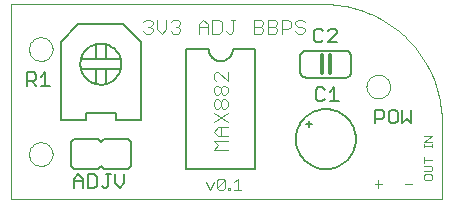
<source format=gto>
G75*
%MOIN*%
%OFA0B0*%
%FSLAX24Y24*%
%IPPOS*%
%LPD*%
%AMOC8*
5,1,8,0,0,1.08239X$1,22.5*
%
%ADD10C,0.0000*%
%ADD11C,0.0040*%
%ADD12C,0.0030*%
%ADD13C,0.0060*%
%ADD14C,0.0050*%
%ADD15C,0.0120*%
D10*
X000680Y001000D02*
X000680Y007496D01*
X011113Y007496D01*
X012536Y004750D02*
X012538Y004789D01*
X012544Y004828D01*
X012554Y004866D01*
X012567Y004903D01*
X012584Y004938D01*
X012604Y004972D01*
X012628Y005003D01*
X012655Y005032D01*
X012684Y005058D01*
X012716Y005081D01*
X012750Y005101D01*
X012786Y005117D01*
X012823Y005129D01*
X012862Y005138D01*
X012901Y005143D01*
X012940Y005144D01*
X012979Y005141D01*
X013018Y005134D01*
X013055Y005123D01*
X013092Y005109D01*
X013127Y005091D01*
X013160Y005070D01*
X013191Y005045D01*
X013219Y005018D01*
X013244Y004988D01*
X013266Y004955D01*
X013285Y004921D01*
X013300Y004885D01*
X013312Y004847D01*
X013320Y004809D01*
X013324Y004770D01*
X013324Y004730D01*
X013320Y004691D01*
X013312Y004653D01*
X013300Y004615D01*
X013285Y004579D01*
X013266Y004545D01*
X013244Y004512D01*
X013219Y004482D01*
X013191Y004455D01*
X013160Y004430D01*
X013127Y004409D01*
X013092Y004391D01*
X013055Y004377D01*
X013018Y004366D01*
X012979Y004359D01*
X012940Y004356D01*
X012901Y004357D01*
X012862Y004362D01*
X012823Y004371D01*
X012786Y004383D01*
X012750Y004399D01*
X012716Y004419D01*
X012684Y004442D01*
X012655Y004468D01*
X012628Y004497D01*
X012604Y004528D01*
X012584Y004562D01*
X012567Y004597D01*
X012554Y004634D01*
X012544Y004672D01*
X012538Y004711D01*
X012536Y004750D01*
X015050Y003559D02*
X015048Y003683D01*
X015042Y003806D01*
X015033Y003930D01*
X015019Y004052D01*
X015002Y004175D01*
X014980Y004297D01*
X014955Y004418D01*
X014926Y004538D01*
X014894Y004657D01*
X014857Y004776D01*
X014817Y004893D01*
X014774Y005008D01*
X014726Y005123D01*
X014675Y005235D01*
X014621Y005346D01*
X014563Y005456D01*
X014502Y005563D01*
X014437Y005669D01*
X014369Y005772D01*
X014298Y005873D01*
X014224Y005972D01*
X014147Y006069D01*
X014066Y006163D01*
X013983Y006254D01*
X013897Y006343D01*
X013808Y006429D01*
X013717Y006512D01*
X013623Y006593D01*
X013526Y006670D01*
X013427Y006744D01*
X013326Y006815D01*
X013223Y006883D01*
X013117Y006948D01*
X013010Y007009D01*
X012900Y007067D01*
X012789Y007121D01*
X012677Y007172D01*
X012562Y007220D01*
X012447Y007263D01*
X012330Y007303D01*
X012211Y007340D01*
X012092Y007372D01*
X011972Y007401D01*
X011851Y007426D01*
X011729Y007448D01*
X011606Y007465D01*
X011484Y007479D01*
X011360Y007488D01*
X011237Y007494D01*
X011113Y007496D01*
X015050Y003559D02*
X015050Y001000D01*
X000680Y001000D01*
X001286Y002500D02*
X001288Y002539D01*
X001294Y002578D01*
X001304Y002616D01*
X001317Y002653D01*
X001334Y002688D01*
X001354Y002722D01*
X001378Y002753D01*
X001405Y002782D01*
X001434Y002808D01*
X001466Y002831D01*
X001500Y002851D01*
X001536Y002867D01*
X001573Y002879D01*
X001612Y002888D01*
X001651Y002893D01*
X001690Y002894D01*
X001729Y002891D01*
X001768Y002884D01*
X001805Y002873D01*
X001842Y002859D01*
X001877Y002841D01*
X001910Y002820D01*
X001941Y002795D01*
X001969Y002768D01*
X001994Y002738D01*
X002016Y002705D01*
X002035Y002671D01*
X002050Y002635D01*
X002062Y002597D01*
X002070Y002559D01*
X002074Y002520D01*
X002074Y002480D01*
X002070Y002441D01*
X002062Y002403D01*
X002050Y002365D01*
X002035Y002329D01*
X002016Y002295D01*
X001994Y002262D01*
X001969Y002232D01*
X001941Y002205D01*
X001910Y002180D01*
X001877Y002159D01*
X001842Y002141D01*
X001805Y002127D01*
X001768Y002116D01*
X001729Y002109D01*
X001690Y002106D01*
X001651Y002107D01*
X001612Y002112D01*
X001573Y002121D01*
X001536Y002133D01*
X001500Y002149D01*
X001466Y002169D01*
X001434Y002192D01*
X001405Y002218D01*
X001378Y002247D01*
X001354Y002278D01*
X001334Y002312D01*
X001317Y002347D01*
X001304Y002384D01*
X001294Y002422D01*
X001288Y002461D01*
X001286Y002500D01*
X001286Y006000D02*
X001288Y006039D01*
X001294Y006078D01*
X001304Y006116D01*
X001317Y006153D01*
X001334Y006188D01*
X001354Y006222D01*
X001378Y006253D01*
X001405Y006282D01*
X001434Y006308D01*
X001466Y006331D01*
X001500Y006351D01*
X001536Y006367D01*
X001573Y006379D01*
X001612Y006388D01*
X001651Y006393D01*
X001690Y006394D01*
X001729Y006391D01*
X001768Y006384D01*
X001805Y006373D01*
X001842Y006359D01*
X001877Y006341D01*
X001910Y006320D01*
X001941Y006295D01*
X001969Y006268D01*
X001994Y006238D01*
X002016Y006205D01*
X002035Y006171D01*
X002050Y006135D01*
X002062Y006097D01*
X002070Y006059D01*
X002074Y006020D01*
X002074Y005980D01*
X002070Y005941D01*
X002062Y005903D01*
X002050Y005865D01*
X002035Y005829D01*
X002016Y005795D01*
X001994Y005762D01*
X001969Y005732D01*
X001941Y005705D01*
X001910Y005680D01*
X001877Y005659D01*
X001842Y005641D01*
X001805Y005627D01*
X001768Y005616D01*
X001729Y005609D01*
X001690Y005606D01*
X001651Y005607D01*
X001612Y005612D01*
X001573Y005621D01*
X001536Y005633D01*
X001500Y005649D01*
X001466Y005669D01*
X001434Y005692D01*
X001405Y005718D01*
X001378Y005747D01*
X001354Y005778D01*
X001334Y005812D01*
X001317Y005847D01*
X001304Y005884D01*
X001294Y005922D01*
X001288Y005961D01*
X001286Y006000D01*
D11*
X005100Y006597D02*
X005177Y006520D01*
X005330Y006520D01*
X005407Y006597D01*
X005407Y006673D01*
X005330Y006750D01*
X005253Y006750D01*
X005330Y006750D02*
X005407Y006827D01*
X005407Y006904D01*
X005330Y006980D01*
X005177Y006980D01*
X005100Y006904D01*
X005560Y006980D02*
X005560Y006673D01*
X005714Y006520D01*
X005867Y006673D01*
X005867Y006980D01*
X006021Y006904D02*
X006098Y006980D01*
X006251Y006980D01*
X006328Y006904D01*
X006328Y006827D01*
X006251Y006750D01*
X006328Y006673D01*
X006328Y006597D01*
X006251Y006520D01*
X006098Y006520D01*
X006021Y006597D01*
X006174Y006750D02*
X006251Y006750D01*
X006942Y006750D02*
X007248Y006750D01*
X007248Y006827D02*
X007248Y006520D01*
X007402Y006520D02*
X007632Y006520D01*
X007709Y006597D01*
X007709Y006904D01*
X007632Y006980D01*
X007402Y006980D01*
X007402Y006520D01*
X006942Y006520D02*
X006942Y006827D01*
X007095Y006980D01*
X007248Y006827D01*
X007862Y006597D02*
X007939Y006520D01*
X008016Y006520D01*
X008093Y006597D01*
X008093Y006980D01*
X008169Y006980D02*
X008016Y006980D01*
X008783Y006980D02*
X009013Y006980D01*
X009090Y006904D01*
X009090Y006827D01*
X009013Y006750D01*
X008783Y006750D01*
X009013Y006750D02*
X009090Y006673D01*
X009090Y006597D01*
X009013Y006520D01*
X008783Y006520D01*
X008783Y006980D01*
X009244Y006980D02*
X009474Y006980D01*
X009550Y006904D01*
X009550Y006827D01*
X009474Y006750D01*
X009244Y006750D01*
X009474Y006750D02*
X009550Y006673D01*
X009550Y006597D01*
X009474Y006520D01*
X009244Y006520D01*
X009244Y006980D01*
X009704Y006980D02*
X009934Y006980D01*
X010011Y006904D01*
X010011Y006750D01*
X009934Y006673D01*
X009704Y006673D01*
X009704Y006520D02*
X009704Y006980D01*
X010164Y006904D02*
X010164Y006827D01*
X010241Y006750D01*
X010395Y006750D01*
X010471Y006673D01*
X010471Y006597D01*
X010395Y006520D01*
X010241Y006520D01*
X010164Y006597D01*
X010164Y006904D02*
X010241Y006980D01*
X010395Y006980D01*
X010471Y006904D01*
X007910Y005248D02*
X007910Y004941D01*
X007603Y005248D01*
X007526Y005248D01*
X007450Y005171D01*
X007450Y005018D01*
X007526Y004941D01*
X007526Y004787D02*
X007603Y004787D01*
X007680Y004711D01*
X007680Y004557D01*
X007603Y004480D01*
X007526Y004480D01*
X007450Y004557D01*
X007450Y004711D01*
X007526Y004787D01*
X007680Y004711D02*
X007757Y004787D01*
X007833Y004787D01*
X007910Y004711D01*
X007910Y004557D01*
X007833Y004480D01*
X007757Y004480D01*
X007680Y004557D01*
X007757Y004327D02*
X007833Y004327D01*
X007910Y004250D01*
X007910Y004097D01*
X007833Y004020D01*
X007757Y004020D01*
X007680Y004097D01*
X007680Y004250D01*
X007757Y004327D01*
X007680Y004250D02*
X007603Y004327D01*
X007526Y004327D01*
X007450Y004250D01*
X007450Y004097D01*
X007526Y004020D01*
X007603Y004020D01*
X007680Y004097D01*
X007910Y003867D02*
X007450Y003560D01*
X007603Y003406D02*
X007910Y003406D01*
X007680Y003406D02*
X007680Y003099D01*
X007603Y003099D02*
X007450Y003253D01*
X007603Y003406D01*
X007910Y003560D02*
X007450Y003867D01*
X007603Y003099D02*
X007910Y003099D01*
X007910Y002946D02*
X007450Y002946D01*
X007603Y002792D01*
X007450Y002639D01*
X007910Y002639D01*
D12*
X007748Y001685D02*
X007625Y001685D01*
X007563Y001624D01*
X007563Y001377D01*
X007810Y001624D01*
X007810Y001377D01*
X007748Y001315D01*
X007625Y001315D01*
X007563Y001377D01*
X007442Y001562D02*
X007318Y001315D01*
X007195Y001562D01*
X007748Y001685D02*
X007810Y001624D01*
X008116Y001562D02*
X008239Y001685D01*
X008239Y001315D01*
X008116Y001315D02*
X008363Y001315D01*
X007993Y001315D02*
X007932Y001315D01*
X007932Y001377D01*
X007993Y001377D01*
X007993Y001315D01*
X012811Y001500D02*
X013058Y001500D01*
X012934Y001377D02*
X012934Y001624D01*
X013811Y001500D02*
X014058Y001500D01*
X014445Y001679D02*
X014445Y001776D01*
X014493Y001825D01*
X014687Y001825D01*
X014735Y001776D01*
X014735Y001679D01*
X014687Y001631D01*
X014493Y001631D01*
X014445Y001679D01*
X014445Y001926D02*
X014687Y001926D01*
X014735Y001974D01*
X014735Y002071D01*
X014687Y002119D01*
X014445Y002119D01*
X014445Y002220D02*
X014445Y002414D01*
X014445Y002317D02*
X014735Y002317D01*
X014735Y002724D02*
X014735Y002821D01*
X014735Y002772D02*
X014445Y002772D01*
X014445Y002724D02*
X014445Y002821D01*
X014445Y002920D02*
X014735Y003114D01*
X014445Y003114D01*
X014445Y002920D02*
X014735Y002920D01*
D13*
X010180Y003000D02*
X010182Y003063D01*
X010188Y003125D01*
X010198Y003187D01*
X010211Y003249D01*
X010229Y003309D01*
X010250Y003368D01*
X010275Y003426D01*
X010304Y003482D01*
X010336Y003536D01*
X010371Y003588D01*
X010409Y003637D01*
X010451Y003685D01*
X010495Y003729D01*
X010543Y003771D01*
X010592Y003809D01*
X010644Y003844D01*
X010698Y003876D01*
X010754Y003905D01*
X010812Y003930D01*
X010871Y003951D01*
X010931Y003969D01*
X010993Y003982D01*
X011055Y003992D01*
X011117Y003998D01*
X011180Y004000D01*
X011243Y003998D01*
X011305Y003992D01*
X011367Y003982D01*
X011429Y003969D01*
X011489Y003951D01*
X011548Y003930D01*
X011606Y003905D01*
X011662Y003876D01*
X011716Y003844D01*
X011768Y003809D01*
X011817Y003771D01*
X011865Y003729D01*
X011909Y003685D01*
X011951Y003637D01*
X011989Y003588D01*
X012024Y003536D01*
X012056Y003482D01*
X012085Y003426D01*
X012110Y003368D01*
X012131Y003309D01*
X012149Y003249D01*
X012162Y003187D01*
X012172Y003125D01*
X012178Y003063D01*
X012180Y003000D01*
X012178Y002937D01*
X012172Y002875D01*
X012162Y002813D01*
X012149Y002751D01*
X012131Y002691D01*
X012110Y002632D01*
X012085Y002574D01*
X012056Y002518D01*
X012024Y002464D01*
X011989Y002412D01*
X011951Y002363D01*
X011909Y002315D01*
X011865Y002271D01*
X011817Y002229D01*
X011768Y002191D01*
X011716Y002156D01*
X011662Y002124D01*
X011606Y002095D01*
X011548Y002070D01*
X011489Y002049D01*
X011429Y002031D01*
X011367Y002018D01*
X011305Y002008D01*
X011243Y002002D01*
X011180Y002000D01*
X011117Y002002D01*
X011055Y002008D01*
X010993Y002018D01*
X010931Y002031D01*
X010871Y002049D01*
X010812Y002070D01*
X010754Y002095D01*
X010698Y002124D01*
X010644Y002156D01*
X010592Y002191D01*
X010543Y002229D01*
X010495Y002271D01*
X010451Y002315D01*
X010409Y002363D01*
X010371Y002412D01*
X010336Y002464D01*
X010304Y002518D01*
X010275Y002574D01*
X010250Y002632D01*
X010229Y002691D01*
X010211Y002751D01*
X010198Y002813D01*
X010188Y002875D01*
X010182Y002937D01*
X010180Y003000D01*
X010630Y003400D02*
X010630Y003500D01*
X010630Y003600D01*
X010630Y003500D02*
X010530Y003500D01*
X010630Y003500D02*
X010730Y003500D01*
X008830Y002000D02*
X006530Y002000D01*
X006530Y006000D01*
X007280Y006000D01*
X007282Y005961D01*
X007288Y005922D01*
X007297Y005884D01*
X007310Y005847D01*
X007327Y005811D01*
X007347Y005778D01*
X007371Y005746D01*
X007397Y005717D01*
X007426Y005691D01*
X007458Y005667D01*
X007491Y005647D01*
X007527Y005630D01*
X007564Y005617D01*
X007602Y005608D01*
X007641Y005602D01*
X007680Y005600D01*
X007719Y005602D01*
X007758Y005608D01*
X007796Y005617D01*
X007833Y005630D01*
X007869Y005647D01*
X007902Y005667D01*
X007934Y005691D01*
X007963Y005717D01*
X007989Y005746D01*
X008013Y005778D01*
X008033Y005811D01*
X008050Y005847D01*
X008063Y005884D01*
X008072Y005922D01*
X008078Y005961D01*
X008080Y006000D01*
X008830Y006000D01*
X008830Y002000D01*
X005021Y003650D02*
X004176Y003650D01*
X004176Y003886D01*
X003184Y003886D01*
X003184Y003650D01*
X002339Y003650D01*
X002339Y006248D01*
X002930Y006839D01*
X004430Y006839D01*
X005021Y006248D01*
X005021Y003650D01*
X004580Y003000D02*
X003780Y003000D01*
X003680Y002900D01*
X003580Y003000D01*
X002780Y003000D01*
X002680Y002900D01*
X002680Y002100D01*
X002780Y002000D01*
X003580Y002000D01*
X003680Y002100D01*
X003780Y002000D01*
X004580Y002000D01*
X004680Y002100D01*
X004680Y002900D01*
X004580Y003000D01*
X003845Y004837D02*
X003845Y005335D01*
X002997Y005500D02*
X002999Y005552D01*
X003005Y005603D01*
X003015Y005654D01*
X003028Y005704D01*
X003045Y005752D01*
X003066Y005800D01*
X003091Y005845D01*
X003118Y005889D01*
X003149Y005930D01*
X003184Y005969D01*
X003220Y006005D01*
X003260Y006039D01*
X003302Y006069D01*
X003346Y006096D01*
X003392Y006119D01*
X003440Y006139D01*
X003489Y006156D01*
X003539Y006168D01*
X003590Y006177D01*
X003641Y006182D01*
X003693Y006183D01*
X003745Y006180D01*
X003796Y006173D01*
X003846Y006162D01*
X003896Y006148D01*
X003944Y006130D01*
X003991Y006108D01*
X004036Y006083D01*
X004079Y006054D01*
X004120Y006022D01*
X004158Y005988D01*
X004194Y005950D01*
X004226Y005910D01*
X004256Y005867D01*
X004282Y005823D01*
X004305Y005776D01*
X004324Y005728D01*
X004339Y005679D01*
X004351Y005628D01*
X004359Y005577D01*
X004363Y005526D01*
X004363Y005474D01*
X004359Y005423D01*
X004351Y005372D01*
X004339Y005321D01*
X004324Y005272D01*
X004305Y005224D01*
X004282Y005177D01*
X004256Y005133D01*
X004226Y005090D01*
X004194Y005050D01*
X004158Y005012D01*
X004120Y004978D01*
X004079Y004946D01*
X004036Y004917D01*
X003991Y004892D01*
X003944Y004870D01*
X003896Y004852D01*
X003846Y004838D01*
X003796Y004827D01*
X003745Y004820D01*
X003693Y004817D01*
X003641Y004818D01*
X003590Y004823D01*
X003539Y004832D01*
X003489Y004844D01*
X003440Y004861D01*
X003392Y004881D01*
X003346Y004904D01*
X003302Y004931D01*
X003260Y004961D01*
X003220Y004995D01*
X003184Y005031D01*
X003149Y005070D01*
X003118Y005111D01*
X003091Y005155D01*
X003066Y005200D01*
X003045Y005248D01*
X003028Y005296D01*
X003015Y005346D01*
X003005Y005397D01*
X002999Y005448D01*
X002997Y005500D01*
X003017Y005335D02*
X004343Y005335D01*
X004343Y005665D02*
X003017Y005665D01*
X003515Y005665D02*
X003515Y006163D01*
X003845Y006163D02*
X003845Y005665D01*
X003515Y005335D02*
X003515Y004837D01*
X010330Y005250D02*
X010330Y005750D01*
X010332Y005776D01*
X010337Y005802D01*
X010345Y005827D01*
X010357Y005850D01*
X010371Y005872D01*
X010389Y005891D01*
X010408Y005909D01*
X010430Y005923D01*
X010453Y005935D01*
X010478Y005943D01*
X010504Y005948D01*
X010530Y005950D01*
X011830Y005950D01*
X011856Y005948D01*
X011882Y005943D01*
X011907Y005935D01*
X011930Y005923D01*
X011952Y005909D01*
X011971Y005891D01*
X011989Y005872D01*
X012003Y005850D01*
X012015Y005827D01*
X012023Y005802D01*
X012028Y005776D01*
X012030Y005750D01*
X012030Y005250D01*
X012028Y005224D01*
X012023Y005198D01*
X012015Y005173D01*
X012003Y005150D01*
X011989Y005128D01*
X011971Y005109D01*
X011952Y005091D01*
X011930Y005077D01*
X011907Y005065D01*
X011882Y005057D01*
X011856Y005052D01*
X011830Y005050D01*
X010530Y005050D01*
X010504Y005052D01*
X010478Y005057D01*
X010453Y005065D01*
X010430Y005077D01*
X010408Y005091D01*
X010389Y005109D01*
X010371Y005128D01*
X010357Y005150D01*
X010345Y005173D01*
X010337Y005198D01*
X010332Y005224D01*
X010330Y005250D01*
D14*
X010920Y004725D02*
X010845Y004650D01*
X010845Y004350D01*
X010920Y004275D01*
X011070Y004275D01*
X011145Y004350D01*
X011305Y004275D02*
X011605Y004275D01*
X011455Y004275D02*
X011455Y004725D01*
X011305Y004575D01*
X011145Y004650D02*
X011070Y004725D01*
X010920Y004725D01*
X012814Y003975D02*
X013040Y003975D01*
X013115Y003900D01*
X013115Y003750D01*
X013040Y003675D01*
X012814Y003675D01*
X012814Y003525D02*
X012814Y003975D01*
X013275Y003900D02*
X013275Y003600D01*
X013350Y003525D01*
X013500Y003525D01*
X013575Y003600D01*
X013575Y003900D01*
X013500Y003975D01*
X013350Y003975D01*
X013275Y003900D01*
X013735Y003975D02*
X013735Y003525D01*
X013885Y003675D01*
X014035Y003525D01*
X014035Y003975D01*
X011555Y006225D02*
X011255Y006225D01*
X011555Y006525D01*
X011555Y006600D01*
X011480Y006675D01*
X011330Y006675D01*
X011255Y006600D01*
X011095Y006600D02*
X011020Y006675D01*
X010870Y006675D01*
X010795Y006600D01*
X010795Y006300D01*
X010870Y006225D01*
X011020Y006225D01*
X011095Y006300D01*
X001985Y004775D02*
X001685Y004775D01*
X001835Y004775D02*
X001835Y005225D01*
X001685Y005075D01*
X001525Y005000D02*
X001450Y004925D01*
X001225Y004925D01*
X001375Y004925D02*
X001525Y004775D01*
X001225Y004775D02*
X001225Y005225D01*
X001450Y005225D01*
X001525Y005150D01*
X001525Y005000D01*
X002934Y001825D02*
X003084Y001675D01*
X003084Y001375D01*
X003245Y001375D02*
X003470Y001375D01*
X003545Y001450D01*
X003545Y001750D01*
X003470Y001825D01*
X003245Y001825D01*
X003245Y001375D01*
X002784Y001375D02*
X002784Y001675D01*
X002934Y001825D01*
X002784Y001600D02*
X003084Y001600D01*
X003705Y001450D02*
X003780Y001375D01*
X003855Y001375D01*
X003930Y001450D01*
X003930Y001825D01*
X003855Y001825D02*
X004005Y001825D01*
X004165Y001825D02*
X004165Y001525D01*
X004316Y001375D01*
X004466Y001525D01*
X004466Y001825D01*
D15*
X011060Y005200D02*
X011060Y005800D01*
X011310Y005800D02*
X011310Y005200D01*
M02*

</source>
